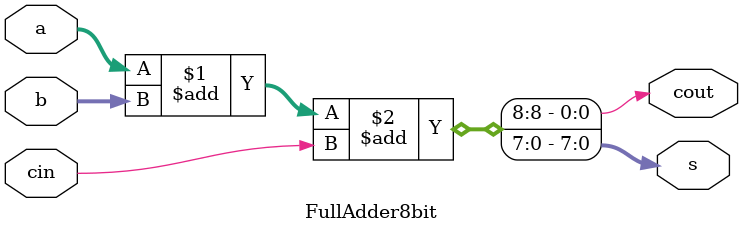
<source format=v>


`timescale 1ns/100ps

module FullAdder8bit (a, b, cin, s, cout);
  
  // Define a parameter so that the adder can be any size:
  
  parameter SIZE = 8;
  
  // Define inputs and outputs:
  
  input  [SIZE-1:0] a, b;
  input  cin;
  
  output [SIZE-1:0] s;
  output cout;
  
  // Use one assign statement, using concatenation, 
  // in order to define the Full Adder:
  
  assign {cout, s} = a + b + cin;
  
endmodule
</source>
